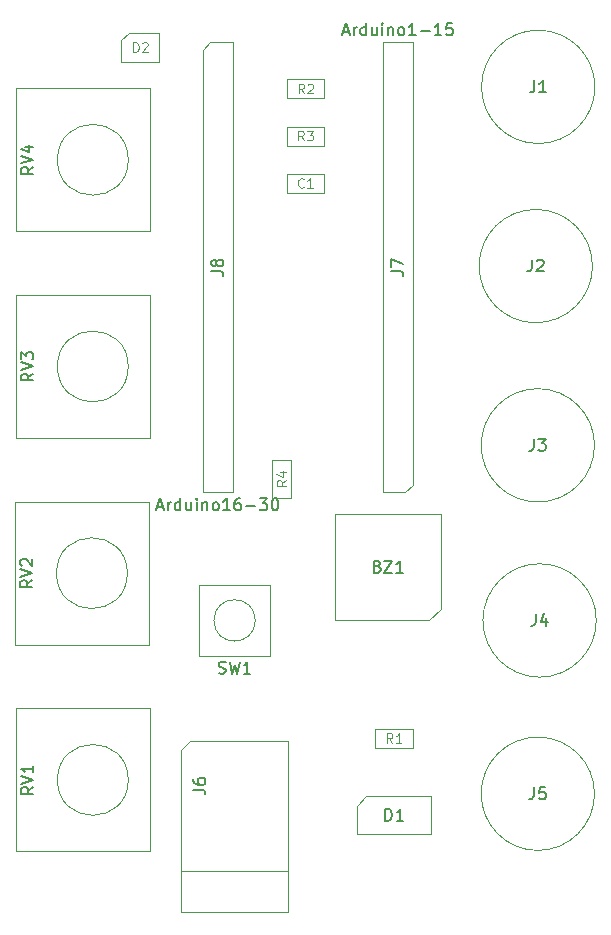
<source format=gbr>
G04 #@! TF.GenerationSoftware,KiCad,Pcbnew,5.1.6-c6e7f7d~87~ubuntu20.04.1*
G04 #@! TF.CreationDate,2020-07-16T12:52:22+01:00*
G04 #@! TF.ProjectId,spikeling,7370696b-656c-4696-9e67-2e6b69636164,rev?*
G04 #@! TF.SameCoordinates,Original*
G04 #@! TF.FileFunction,Other,Fab,Top*
%FSLAX46Y46*%
G04 Gerber Fmt 4.6, Leading zero omitted, Abs format (unit mm)*
G04 Created by KiCad (PCBNEW 5.1.6-c6e7f7d~87~ubuntu20.04.1) date 2020-07-16 12:52:22*
%MOMM*%
%LPD*%
G01*
G04 APERTURE LIST*
%ADD10C,0.100000*%
%ADD11C,0.120000*%
%ADD12C,0.150000*%
G04 APERTURE END LIST*
D10*
X155612500Y-53250000D02*
X155612500Y-50750000D01*
X152412500Y-53250000D02*
X155612500Y-53250000D01*
X152412500Y-51375000D02*
X152412500Y-53250000D01*
X153037500Y-50750000D02*
X152412500Y-51375000D01*
X155612500Y-50750000D02*
X153037500Y-50750000D01*
X192475000Y-85675000D02*
G75*
G03*
X192475000Y-85675000I-4800000J0D01*
G01*
X173900000Y-111300000D02*
X173900000Y-109700000D01*
X173900000Y-109700000D02*
X177100000Y-109700000D01*
X177100000Y-109700000D02*
X177100000Y-111300000D01*
X177100000Y-111300000D02*
X173900000Y-111300000D01*
X169600000Y-62700000D02*
X169600000Y-64300000D01*
X169600000Y-64300000D02*
X166400000Y-64300000D01*
X166400000Y-64300000D02*
X166400000Y-62700000D01*
X166400000Y-62700000D02*
X169600000Y-62700000D01*
X165200000Y-86900000D02*
X166800000Y-86900000D01*
X166800000Y-86900000D02*
X166800000Y-90100000D01*
X166800000Y-90100000D02*
X165200000Y-90100000D01*
X165200000Y-90100000D02*
X165200000Y-86900000D01*
X166400000Y-60300000D02*
X166400000Y-58700000D01*
X166400000Y-58700000D02*
X169600000Y-58700000D01*
X169600000Y-58700000D02*
X169600000Y-60300000D01*
X169600000Y-60300000D02*
X166400000Y-60300000D01*
X166400000Y-56300000D02*
X166400000Y-54700000D01*
X166400000Y-54700000D02*
X169600000Y-54700000D01*
X169600000Y-54700000D02*
X169600000Y-56300000D01*
X169600000Y-56300000D02*
X166400000Y-56300000D01*
X159949000Y-51562000D02*
X161854000Y-51562000D01*
X161854000Y-51562000D02*
X161854000Y-89662000D01*
X161854000Y-89662000D02*
X159314000Y-89662000D01*
X159314000Y-89662000D02*
X159314000Y-52197000D01*
X159314000Y-52197000D02*
X159949000Y-51562000D01*
X176459000Y-89662000D02*
X174554000Y-89662000D01*
X174554000Y-89662000D02*
X174554000Y-51562000D01*
X174554000Y-51562000D02*
X177094000Y-51562000D01*
X177094000Y-51562000D02*
X177094000Y-89027000D01*
X177094000Y-89027000D02*
X176459000Y-89662000D01*
X152922000Y-96500000D02*
G75*
G03*
X152922000Y-96500000I-3000000J0D01*
G01*
X143422000Y-90450000D02*
X143422000Y-102550000D01*
X143422000Y-102550000D02*
X154772000Y-102550000D01*
X154772000Y-102550000D02*
X154772000Y-90450000D01*
X154772000Y-90450000D02*
X143422000Y-90450000D01*
X154850000Y-72950000D02*
X143500000Y-72950000D01*
X154850000Y-85050000D02*
X154850000Y-72950000D01*
X143500000Y-85050000D02*
X154850000Y-85050000D01*
X143500000Y-72950000D02*
X143500000Y-85050000D01*
X153000000Y-79000000D02*
G75*
G03*
X153000000Y-79000000I-3000000J0D01*
G01*
X153000000Y-61500000D02*
G75*
G03*
X153000000Y-61500000I-3000000J0D01*
G01*
X143500000Y-55450000D02*
X143500000Y-67550000D01*
X143500000Y-67550000D02*
X154850000Y-67550000D01*
X154850000Y-67550000D02*
X154850000Y-55450000D01*
X154850000Y-55450000D02*
X143500000Y-55450000D01*
X154850000Y-107950000D02*
X143500000Y-107950000D01*
X154850000Y-120050000D02*
X154850000Y-107950000D01*
X143500000Y-120050000D02*
X154850000Y-120050000D01*
X143500000Y-107950000D02*
X143500000Y-120050000D01*
X153000000Y-114000000D02*
G75*
G03*
X153000000Y-114000000I-3000000J0D01*
G01*
X192506000Y-55325000D02*
G75*
G03*
X192506000Y-55325000I-4800000J0D01*
G01*
X192300000Y-70500000D02*
G75*
G03*
X192300000Y-70500000I-4800000J0D01*
G01*
X192625000Y-100500000D02*
G75*
G03*
X192625000Y-100500000I-4800000J0D01*
G01*
X192475000Y-115175000D02*
G75*
G03*
X192475000Y-115175000I-4800000J0D01*
G01*
X179500000Y-91500000D02*
X179500000Y-99500000D01*
X178500000Y-100500000D02*
X170500000Y-100500000D01*
X170500000Y-100500000D02*
X170500000Y-91500000D01*
X170500000Y-91500000D02*
X179500000Y-91500000D01*
X179500000Y-99500000D02*
X178500000Y-100500000D01*
X157500000Y-111500000D02*
X157500000Y-125200000D01*
X166500000Y-110700000D02*
X158250000Y-110700000D01*
X166500000Y-125200000D02*
X166500000Y-110700000D01*
X157500000Y-125200000D02*
X166500000Y-125200000D01*
X157500000Y-121700000D02*
X166500000Y-121700000D01*
X157494575Y-111503213D02*
X158250000Y-110700000D01*
X165000000Y-103500000D02*
X165000000Y-97500000D01*
X165000000Y-97500000D02*
X159000000Y-97500000D01*
X159000000Y-97500000D02*
X159000000Y-103500000D01*
X159000000Y-103500000D02*
X165000000Y-103500000D01*
X163750714Y-100500000D02*
G75*
G03*
X163750714Y-100500000I-1750714J0D01*
G01*
X178650000Y-118600000D02*
X178650000Y-115400000D01*
X172350000Y-118600000D02*
X178650000Y-118600000D01*
X172350000Y-116200000D02*
X172350000Y-118600000D01*
X173150000Y-115400000D02*
X172350000Y-116200000D01*
X178650000Y-115400000D02*
X173150000Y-115400000D01*
D11*
X153422023Y-52361904D02*
X153422023Y-51561904D01*
X153612500Y-51561904D01*
X153726785Y-51600000D01*
X153802976Y-51676190D01*
X153841071Y-51752380D01*
X153879166Y-51904761D01*
X153879166Y-52019047D01*
X153841071Y-52171428D01*
X153802976Y-52247619D01*
X153726785Y-52323809D01*
X153612500Y-52361904D01*
X153422023Y-52361904D01*
X154183928Y-51638095D02*
X154222023Y-51600000D01*
X154298214Y-51561904D01*
X154488690Y-51561904D01*
X154564880Y-51600000D01*
X154602976Y-51638095D01*
X154641071Y-51714285D01*
X154641071Y-51790476D01*
X154602976Y-51904761D01*
X154145833Y-52361904D01*
X154641071Y-52361904D01*
D12*
X187341666Y-85127380D02*
X187341666Y-85841666D01*
X187294047Y-85984523D01*
X187198809Y-86079761D01*
X187055952Y-86127380D01*
X186960714Y-86127380D01*
X187722619Y-85127380D02*
X188341666Y-85127380D01*
X188008333Y-85508333D01*
X188151190Y-85508333D01*
X188246428Y-85555952D01*
X188294047Y-85603571D01*
X188341666Y-85698809D01*
X188341666Y-85936904D01*
X188294047Y-86032142D01*
X188246428Y-86079761D01*
X188151190Y-86127380D01*
X187865476Y-86127380D01*
X187770238Y-86079761D01*
X187722619Y-86032142D01*
D11*
X175366666Y-110861904D02*
X175100000Y-110480952D01*
X174909523Y-110861904D02*
X174909523Y-110061904D01*
X175214285Y-110061904D01*
X175290476Y-110100000D01*
X175328571Y-110138095D01*
X175366666Y-110214285D01*
X175366666Y-110328571D01*
X175328571Y-110404761D01*
X175290476Y-110442857D01*
X175214285Y-110480952D01*
X174909523Y-110480952D01*
X176128571Y-110861904D02*
X175671428Y-110861904D01*
X175900000Y-110861904D02*
X175900000Y-110061904D01*
X175823809Y-110176190D01*
X175747619Y-110252380D01*
X175671428Y-110290476D01*
X167866666Y-63785714D02*
X167828571Y-63823809D01*
X167714285Y-63861904D01*
X167638095Y-63861904D01*
X167523809Y-63823809D01*
X167447619Y-63747619D01*
X167409523Y-63671428D01*
X167371428Y-63519047D01*
X167371428Y-63404761D01*
X167409523Y-63252380D01*
X167447619Y-63176190D01*
X167523809Y-63100000D01*
X167638095Y-63061904D01*
X167714285Y-63061904D01*
X167828571Y-63100000D01*
X167866666Y-63138095D01*
X168628571Y-63861904D02*
X168171428Y-63861904D01*
X168400000Y-63861904D02*
X168400000Y-63061904D01*
X168323809Y-63176190D01*
X168247619Y-63252380D01*
X168171428Y-63290476D01*
X166361904Y-88633333D02*
X165980952Y-88900000D01*
X166361904Y-89090476D02*
X165561904Y-89090476D01*
X165561904Y-88785714D01*
X165600000Y-88709523D01*
X165638095Y-88671428D01*
X165714285Y-88633333D01*
X165828571Y-88633333D01*
X165904761Y-88671428D01*
X165942857Y-88709523D01*
X165980952Y-88785714D01*
X165980952Y-89090476D01*
X165828571Y-87947619D02*
X166361904Y-87947619D01*
X165523809Y-88138095D02*
X166095238Y-88328571D01*
X166095238Y-87833333D01*
X167866666Y-59861904D02*
X167600000Y-59480952D01*
X167409523Y-59861904D02*
X167409523Y-59061904D01*
X167714285Y-59061904D01*
X167790476Y-59100000D01*
X167828571Y-59138095D01*
X167866666Y-59214285D01*
X167866666Y-59328571D01*
X167828571Y-59404761D01*
X167790476Y-59442857D01*
X167714285Y-59480952D01*
X167409523Y-59480952D01*
X168133333Y-59061904D02*
X168628571Y-59061904D01*
X168361904Y-59366666D01*
X168476190Y-59366666D01*
X168552380Y-59404761D01*
X168590476Y-59442857D01*
X168628571Y-59519047D01*
X168628571Y-59709523D01*
X168590476Y-59785714D01*
X168552380Y-59823809D01*
X168476190Y-59861904D01*
X168247619Y-59861904D01*
X168171428Y-59823809D01*
X168133333Y-59785714D01*
X167879166Y-55861904D02*
X167612500Y-55480952D01*
X167422023Y-55861904D02*
X167422023Y-55061904D01*
X167726785Y-55061904D01*
X167802976Y-55100000D01*
X167841071Y-55138095D01*
X167879166Y-55214285D01*
X167879166Y-55328571D01*
X167841071Y-55404761D01*
X167802976Y-55442857D01*
X167726785Y-55480952D01*
X167422023Y-55480952D01*
X168183928Y-55138095D02*
X168222023Y-55100000D01*
X168298214Y-55061904D01*
X168488690Y-55061904D01*
X168564880Y-55100000D01*
X168602976Y-55138095D01*
X168641071Y-55214285D01*
X168641071Y-55290476D01*
X168602976Y-55404761D01*
X168145833Y-55861904D01*
X168641071Y-55861904D01*
D12*
X155464952Y-90888666D02*
X155941142Y-90888666D01*
X155369714Y-91174380D02*
X155703047Y-90174380D01*
X156036380Y-91174380D01*
X156369714Y-91174380D02*
X156369714Y-90507714D01*
X156369714Y-90698190D02*
X156417333Y-90602952D01*
X156464952Y-90555333D01*
X156560190Y-90507714D01*
X156655428Y-90507714D01*
X157417333Y-91174380D02*
X157417333Y-90174380D01*
X157417333Y-91126761D02*
X157322095Y-91174380D01*
X157131619Y-91174380D01*
X157036380Y-91126761D01*
X156988761Y-91079142D01*
X156941142Y-90983904D01*
X156941142Y-90698190D01*
X156988761Y-90602952D01*
X157036380Y-90555333D01*
X157131619Y-90507714D01*
X157322095Y-90507714D01*
X157417333Y-90555333D01*
X158322095Y-90507714D02*
X158322095Y-91174380D01*
X157893523Y-90507714D02*
X157893523Y-91031523D01*
X157941142Y-91126761D01*
X158036380Y-91174380D01*
X158179238Y-91174380D01*
X158274476Y-91126761D01*
X158322095Y-91079142D01*
X158798285Y-91174380D02*
X158798285Y-90507714D01*
X158798285Y-90174380D02*
X158750666Y-90222000D01*
X158798285Y-90269619D01*
X158845904Y-90222000D01*
X158798285Y-90174380D01*
X158798285Y-90269619D01*
X159274476Y-90507714D02*
X159274476Y-91174380D01*
X159274476Y-90602952D02*
X159322095Y-90555333D01*
X159417333Y-90507714D01*
X159560190Y-90507714D01*
X159655428Y-90555333D01*
X159703047Y-90650571D01*
X159703047Y-91174380D01*
X160322095Y-91174380D02*
X160226857Y-91126761D01*
X160179238Y-91079142D01*
X160131619Y-90983904D01*
X160131619Y-90698190D01*
X160179238Y-90602952D01*
X160226857Y-90555333D01*
X160322095Y-90507714D01*
X160464952Y-90507714D01*
X160560190Y-90555333D01*
X160607809Y-90602952D01*
X160655428Y-90698190D01*
X160655428Y-90983904D01*
X160607809Y-91079142D01*
X160560190Y-91126761D01*
X160464952Y-91174380D01*
X160322095Y-91174380D01*
X161607809Y-91174380D02*
X161036380Y-91174380D01*
X161322095Y-91174380D02*
X161322095Y-90174380D01*
X161226857Y-90317238D01*
X161131619Y-90412476D01*
X161036380Y-90460095D01*
X162464952Y-90174380D02*
X162274476Y-90174380D01*
X162179238Y-90222000D01*
X162131619Y-90269619D01*
X162036380Y-90412476D01*
X161988761Y-90602952D01*
X161988761Y-90983904D01*
X162036380Y-91079142D01*
X162084000Y-91126761D01*
X162179238Y-91174380D01*
X162369714Y-91174380D01*
X162464952Y-91126761D01*
X162512571Y-91079142D01*
X162560190Y-90983904D01*
X162560190Y-90745809D01*
X162512571Y-90650571D01*
X162464952Y-90602952D01*
X162369714Y-90555333D01*
X162179238Y-90555333D01*
X162084000Y-90602952D01*
X162036380Y-90650571D01*
X161988761Y-90745809D01*
X162988761Y-90793428D02*
X163750666Y-90793428D01*
X164131619Y-90174380D02*
X164750666Y-90174380D01*
X164417333Y-90555333D01*
X164560190Y-90555333D01*
X164655428Y-90602952D01*
X164703047Y-90650571D01*
X164750666Y-90745809D01*
X164750666Y-90983904D01*
X164703047Y-91079142D01*
X164655428Y-91126761D01*
X164560190Y-91174380D01*
X164274476Y-91174380D01*
X164179238Y-91126761D01*
X164131619Y-91079142D01*
X165369714Y-90174380D02*
X165464952Y-90174380D01*
X165560190Y-90222000D01*
X165607809Y-90269619D01*
X165655428Y-90364857D01*
X165703047Y-90555333D01*
X165703047Y-90793428D01*
X165655428Y-90983904D01*
X165607809Y-91079142D01*
X165560190Y-91126761D01*
X165464952Y-91174380D01*
X165369714Y-91174380D01*
X165274476Y-91126761D01*
X165226857Y-91079142D01*
X165179238Y-90983904D01*
X165131619Y-90793428D01*
X165131619Y-90555333D01*
X165179238Y-90364857D01*
X165226857Y-90269619D01*
X165274476Y-90222000D01*
X165369714Y-90174380D01*
X160036380Y-70945333D02*
X160750666Y-70945333D01*
X160893523Y-70992952D01*
X160988761Y-71088190D01*
X161036380Y-71231047D01*
X161036380Y-71326285D01*
X160464952Y-70326285D02*
X160417333Y-70421523D01*
X160369714Y-70469142D01*
X160274476Y-70516761D01*
X160226857Y-70516761D01*
X160131619Y-70469142D01*
X160084000Y-70421523D01*
X160036380Y-70326285D01*
X160036380Y-70135809D01*
X160084000Y-70040571D01*
X160131619Y-69992952D01*
X160226857Y-69945333D01*
X160274476Y-69945333D01*
X160369714Y-69992952D01*
X160417333Y-70040571D01*
X160464952Y-70135809D01*
X160464952Y-70326285D01*
X160512571Y-70421523D01*
X160560190Y-70469142D01*
X160655428Y-70516761D01*
X160845904Y-70516761D01*
X160941142Y-70469142D01*
X160988761Y-70421523D01*
X161036380Y-70326285D01*
X161036380Y-70135809D01*
X160988761Y-70040571D01*
X160941142Y-69992952D01*
X160845904Y-69945333D01*
X160655428Y-69945333D01*
X160560190Y-69992952D01*
X160512571Y-70040571D01*
X160464952Y-70135809D01*
X171181142Y-50668666D02*
X171657333Y-50668666D01*
X171085904Y-50954380D02*
X171419238Y-49954380D01*
X171752571Y-50954380D01*
X172085904Y-50954380D02*
X172085904Y-50287714D01*
X172085904Y-50478190D02*
X172133523Y-50382952D01*
X172181142Y-50335333D01*
X172276380Y-50287714D01*
X172371619Y-50287714D01*
X173133523Y-50954380D02*
X173133523Y-49954380D01*
X173133523Y-50906761D02*
X173038285Y-50954380D01*
X172847809Y-50954380D01*
X172752571Y-50906761D01*
X172704952Y-50859142D01*
X172657333Y-50763904D01*
X172657333Y-50478190D01*
X172704952Y-50382952D01*
X172752571Y-50335333D01*
X172847809Y-50287714D01*
X173038285Y-50287714D01*
X173133523Y-50335333D01*
X174038285Y-50287714D02*
X174038285Y-50954380D01*
X173609714Y-50287714D02*
X173609714Y-50811523D01*
X173657333Y-50906761D01*
X173752571Y-50954380D01*
X173895428Y-50954380D01*
X173990666Y-50906761D01*
X174038285Y-50859142D01*
X174514476Y-50954380D02*
X174514476Y-50287714D01*
X174514476Y-49954380D02*
X174466857Y-50002000D01*
X174514476Y-50049619D01*
X174562095Y-50002000D01*
X174514476Y-49954380D01*
X174514476Y-50049619D01*
X174990666Y-50287714D02*
X174990666Y-50954380D01*
X174990666Y-50382952D02*
X175038285Y-50335333D01*
X175133523Y-50287714D01*
X175276380Y-50287714D01*
X175371619Y-50335333D01*
X175419238Y-50430571D01*
X175419238Y-50954380D01*
X176038285Y-50954380D02*
X175943047Y-50906761D01*
X175895428Y-50859142D01*
X175847809Y-50763904D01*
X175847809Y-50478190D01*
X175895428Y-50382952D01*
X175943047Y-50335333D01*
X176038285Y-50287714D01*
X176181142Y-50287714D01*
X176276380Y-50335333D01*
X176324000Y-50382952D01*
X176371619Y-50478190D01*
X176371619Y-50763904D01*
X176324000Y-50859142D01*
X176276380Y-50906761D01*
X176181142Y-50954380D01*
X176038285Y-50954380D01*
X177324000Y-50954380D02*
X176752571Y-50954380D01*
X177038285Y-50954380D02*
X177038285Y-49954380D01*
X176943047Y-50097238D01*
X176847809Y-50192476D01*
X176752571Y-50240095D01*
X177752571Y-50573428D02*
X178514476Y-50573428D01*
X179514476Y-50954380D02*
X178943047Y-50954380D01*
X179228761Y-50954380D02*
X179228761Y-49954380D01*
X179133523Y-50097238D01*
X179038285Y-50192476D01*
X178943047Y-50240095D01*
X180419238Y-49954380D02*
X179943047Y-49954380D01*
X179895428Y-50430571D01*
X179943047Y-50382952D01*
X180038285Y-50335333D01*
X180276380Y-50335333D01*
X180371619Y-50382952D01*
X180419238Y-50430571D01*
X180466857Y-50525809D01*
X180466857Y-50763904D01*
X180419238Y-50859142D01*
X180371619Y-50906761D01*
X180276380Y-50954380D01*
X180038285Y-50954380D01*
X179943047Y-50906761D01*
X179895428Y-50859142D01*
X175276380Y-70945333D02*
X175990666Y-70945333D01*
X176133523Y-70992952D01*
X176228761Y-71088190D01*
X176276380Y-71231047D01*
X176276380Y-71326285D01*
X175276380Y-70564380D02*
X175276380Y-69897714D01*
X176276380Y-70326285D01*
X144874380Y-97095238D02*
X144398190Y-97428571D01*
X144874380Y-97666666D02*
X143874380Y-97666666D01*
X143874380Y-97285714D01*
X143922000Y-97190476D01*
X143969619Y-97142857D01*
X144064857Y-97095238D01*
X144207714Y-97095238D01*
X144302952Y-97142857D01*
X144350571Y-97190476D01*
X144398190Y-97285714D01*
X144398190Y-97666666D01*
X143874380Y-96809523D02*
X144874380Y-96476190D01*
X143874380Y-96142857D01*
X143969619Y-95857142D02*
X143922000Y-95809523D01*
X143874380Y-95714285D01*
X143874380Y-95476190D01*
X143922000Y-95380952D01*
X143969619Y-95333333D01*
X144064857Y-95285714D01*
X144160095Y-95285714D01*
X144302952Y-95333333D01*
X144874380Y-95904761D01*
X144874380Y-95285714D01*
X144952380Y-79595238D02*
X144476190Y-79928571D01*
X144952380Y-80166666D02*
X143952380Y-80166666D01*
X143952380Y-79785714D01*
X144000000Y-79690476D01*
X144047619Y-79642857D01*
X144142857Y-79595238D01*
X144285714Y-79595238D01*
X144380952Y-79642857D01*
X144428571Y-79690476D01*
X144476190Y-79785714D01*
X144476190Y-80166666D01*
X143952380Y-79309523D02*
X144952380Y-78976190D01*
X143952380Y-78642857D01*
X143952380Y-78404761D02*
X143952380Y-77785714D01*
X144333333Y-78119047D01*
X144333333Y-77976190D01*
X144380952Y-77880952D01*
X144428571Y-77833333D01*
X144523809Y-77785714D01*
X144761904Y-77785714D01*
X144857142Y-77833333D01*
X144904761Y-77880952D01*
X144952380Y-77976190D01*
X144952380Y-78261904D01*
X144904761Y-78357142D01*
X144857142Y-78404761D01*
X144952380Y-62095238D02*
X144476190Y-62428571D01*
X144952380Y-62666666D02*
X143952380Y-62666666D01*
X143952380Y-62285714D01*
X144000000Y-62190476D01*
X144047619Y-62142857D01*
X144142857Y-62095238D01*
X144285714Y-62095238D01*
X144380952Y-62142857D01*
X144428571Y-62190476D01*
X144476190Y-62285714D01*
X144476190Y-62666666D01*
X143952380Y-61809523D02*
X144952380Y-61476190D01*
X143952380Y-61142857D01*
X144285714Y-60380952D02*
X144952380Y-60380952D01*
X143904761Y-60619047D02*
X144619047Y-60857142D01*
X144619047Y-60238095D01*
X144952380Y-114595238D02*
X144476190Y-114928571D01*
X144952380Y-115166666D02*
X143952380Y-115166666D01*
X143952380Y-114785714D01*
X144000000Y-114690476D01*
X144047619Y-114642857D01*
X144142857Y-114595238D01*
X144285714Y-114595238D01*
X144380952Y-114642857D01*
X144428571Y-114690476D01*
X144476190Y-114785714D01*
X144476190Y-115166666D01*
X143952380Y-114309523D02*
X144952380Y-113976190D01*
X143952380Y-113642857D01*
X144952380Y-112785714D02*
X144952380Y-113357142D01*
X144952380Y-113071428D02*
X143952380Y-113071428D01*
X144095238Y-113166666D01*
X144190476Y-113261904D01*
X144238095Y-113357142D01*
X187372666Y-54777380D02*
X187372666Y-55491666D01*
X187325047Y-55634523D01*
X187229809Y-55729761D01*
X187086952Y-55777380D01*
X186991714Y-55777380D01*
X188372666Y-55777380D02*
X187801238Y-55777380D01*
X188086952Y-55777380D02*
X188086952Y-54777380D01*
X187991714Y-54920238D01*
X187896476Y-55015476D01*
X187801238Y-55063095D01*
X187166666Y-69952380D02*
X187166666Y-70666666D01*
X187119047Y-70809523D01*
X187023809Y-70904761D01*
X186880952Y-70952380D01*
X186785714Y-70952380D01*
X187595238Y-70047619D02*
X187642857Y-70000000D01*
X187738095Y-69952380D01*
X187976190Y-69952380D01*
X188071428Y-70000000D01*
X188119047Y-70047619D01*
X188166666Y-70142857D01*
X188166666Y-70238095D01*
X188119047Y-70380952D01*
X187547619Y-70952380D01*
X188166666Y-70952380D01*
X187491666Y-99952380D02*
X187491666Y-100666666D01*
X187444047Y-100809523D01*
X187348809Y-100904761D01*
X187205952Y-100952380D01*
X187110714Y-100952380D01*
X188396428Y-100285714D02*
X188396428Y-100952380D01*
X188158333Y-99904761D02*
X187920238Y-100619047D01*
X188539285Y-100619047D01*
X187341666Y-114627380D02*
X187341666Y-115341666D01*
X187294047Y-115484523D01*
X187198809Y-115579761D01*
X187055952Y-115627380D01*
X186960714Y-115627380D01*
X188294047Y-114627380D02*
X187817857Y-114627380D01*
X187770238Y-115103571D01*
X187817857Y-115055952D01*
X187913095Y-115008333D01*
X188151190Y-115008333D01*
X188246428Y-115055952D01*
X188294047Y-115103571D01*
X188341666Y-115198809D01*
X188341666Y-115436904D01*
X188294047Y-115532142D01*
X188246428Y-115579761D01*
X188151190Y-115627380D01*
X187913095Y-115627380D01*
X187817857Y-115579761D01*
X187770238Y-115532142D01*
X174119047Y-95928571D02*
X174261904Y-95976190D01*
X174309523Y-96023809D01*
X174357142Y-96119047D01*
X174357142Y-96261904D01*
X174309523Y-96357142D01*
X174261904Y-96404761D01*
X174166666Y-96452380D01*
X173785714Y-96452380D01*
X173785714Y-95452380D01*
X174119047Y-95452380D01*
X174214285Y-95500000D01*
X174261904Y-95547619D01*
X174309523Y-95642857D01*
X174309523Y-95738095D01*
X174261904Y-95833333D01*
X174214285Y-95880952D01*
X174119047Y-95928571D01*
X173785714Y-95928571D01*
X174690476Y-95452380D02*
X175357142Y-95452380D01*
X174690476Y-96452380D01*
X175357142Y-96452380D01*
X176261904Y-96452380D02*
X175690476Y-96452380D01*
X175976190Y-96452380D02*
X175976190Y-95452380D01*
X175880952Y-95595238D01*
X175785714Y-95690476D01*
X175690476Y-95738095D01*
X158502380Y-114833333D02*
X159216666Y-114833333D01*
X159359523Y-114880952D01*
X159454761Y-114976190D01*
X159502380Y-115119047D01*
X159502380Y-115214285D01*
X158502380Y-113928571D02*
X158502380Y-114119047D01*
X158550000Y-114214285D01*
X158597619Y-114261904D01*
X158740476Y-114357142D01*
X158930952Y-114404761D01*
X159311904Y-114404761D01*
X159407142Y-114357142D01*
X159454761Y-114309523D01*
X159502380Y-114214285D01*
X159502380Y-114023809D01*
X159454761Y-113928571D01*
X159407142Y-113880952D01*
X159311904Y-113833333D01*
X159073809Y-113833333D01*
X158978571Y-113880952D01*
X158930952Y-113928571D01*
X158883333Y-114023809D01*
X158883333Y-114214285D01*
X158930952Y-114309523D01*
X158978571Y-114357142D01*
X159073809Y-114404761D01*
X160666666Y-104954761D02*
X160809523Y-105002380D01*
X161047619Y-105002380D01*
X161142857Y-104954761D01*
X161190476Y-104907142D01*
X161238095Y-104811904D01*
X161238095Y-104716666D01*
X161190476Y-104621428D01*
X161142857Y-104573809D01*
X161047619Y-104526190D01*
X160857142Y-104478571D01*
X160761904Y-104430952D01*
X160714285Y-104383333D01*
X160666666Y-104288095D01*
X160666666Y-104192857D01*
X160714285Y-104097619D01*
X160761904Y-104050000D01*
X160857142Y-104002380D01*
X161095238Y-104002380D01*
X161238095Y-104050000D01*
X161571428Y-104002380D02*
X161809523Y-105002380D01*
X162000000Y-104288095D01*
X162190476Y-105002380D01*
X162428571Y-104002380D01*
X163333333Y-105002380D02*
X162761904Y-105002380D01*
X163047619Y-105002380D02*
X163047619Y-104002380D01*
X162952380Y-104145238D01*
X162857142Y-104240476D01*
X162761904Y-104288095D01*
X174761904Y-117452380D02*
X174761904Y-116452380D01*
X175000000Y-116452380D01*
X175142857Y-116500000D01*
X175238095Y-116595238D01*
X175285714Y-116690476D01*
X175333333Y-116880952D01*
X175333333Y-117023809D01*
X175285714Y-117214285D01*
X175238095Y-117309523D01*
X175142857Y-117404761D01*
X175000000Y-117452380D01*
X174761904Y-117452380D01*
X176285714Y-117452380D02*
X175714285Y-117452380D01*
X176000000Y-117452380D02*
X176000000Y-116452380D01*
X175904761Y-116595238D01*
X175809523Y-116690476D01*
X175714285Y-116738095D01*
M02*

</source>
